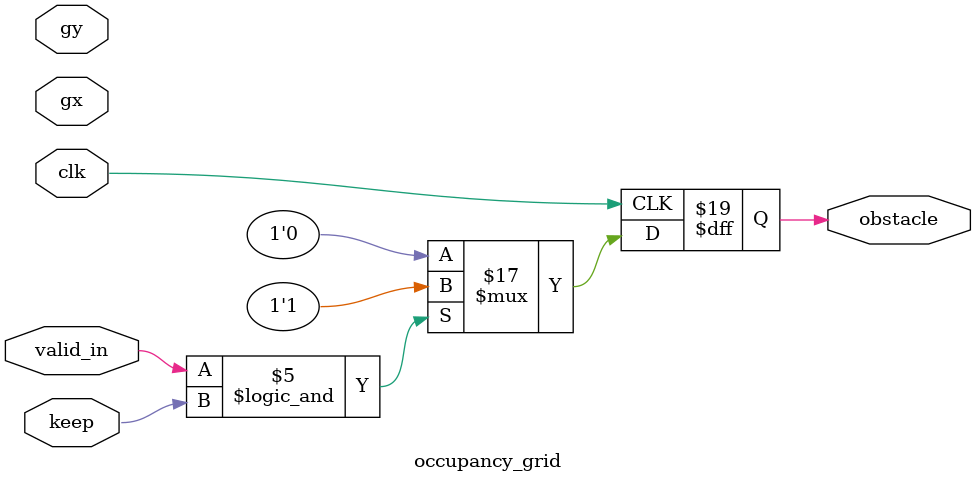
<source format=v>
module occupancy_grid (
    input  wire        clk,
    input  wire        valid_in,
    input  wire        keep,
    input  wire [7:0]  gx,
    input  wire [7:0]  gy,
    output reg         obstacle
);

    reg grid [0:255][0:255];

    always @(posedge clk) begin
        obstacle <= 1'b0;
        if (valid_in && keep) begin
            grid[gx][gy] <= 1'b1;
            obstacle <= 1'b1;
        end
    end
endmodule

</source>
